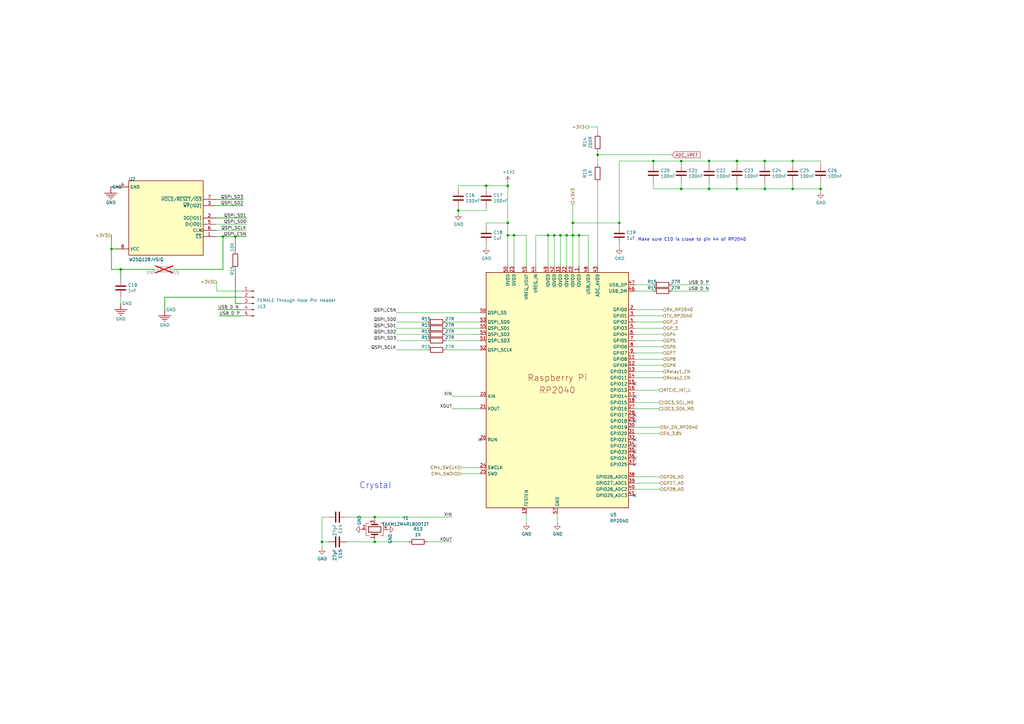
<source format=kicad_sch>
(kicad_sch (version 20230819) (generator eeschema)
  (paper "A3")
  (lib_symbols
    (symbol "Connector:Conn_01x05_Pin" (pin_names (offset 1.016) hide)
      (property "Reference" "J" (at 0 7.62 0))
      (property "Value" "Conn_01x05_Pin" (at 0 -7.62 0))
      (symbol "Conn_01x05_Pin_1_1"
        (polyline (pts (xy 1.27 -5.08) (xy 0.8636 -5.08)) (stroke (width 0.1524)))
        (polyline (pts (xy 1.27 -2.54) (xy 0.8636 -2.54)) (stroke (width 0.1524)))
        (polyline (pts (xy 1.27 0) (xy 0.8636 0)) (stroke (width 0.1524)))
        (polyline (pts (xy 1.27 2.54) (xy 0.8636 2.54)) (stroke (width 0.1524)))
        (polyline (pts (xy 1.27 5.08) (xy 0.8636 5.08)) (stroke (width 0.1524)))
        (rectangle (start 0.8636 -4.953) (end 0 -5.207) (stroke (width 0.1524)) (fill (type outline)))
        (rectangle (start 0.8636 -2.413) (end 0 -2.667) (stroke (width 0.1524)) (fill (type outline)))
        (rectangle (start 0.8636 0.127) (end 0 -0.127) (stroke (width 0.1524)) (fill (type outline)))
        (rectangle (start 0.8636 2.667) (end 0 2.413) (stroke (width 0.1524)) (fill (type outline)))
        (rectangle (start 0.8636 5.207) (end 0 4.953) (stroke (width 0.1524)) (fill (type outline)))
        (pin passive line (at 5.08 5.08 180) (length 3.81) (name "Pin_1") (number "1"))
        (pin passive line (at 5.08 2.54 180) (length 3.81) (name "Pin_2") (number "2"))
        (pin passive line (at 5.08 0 180) (length 3.81) (name "Pin_3") (number "3"))
        (pin passive line (at 5.08 -2.54 180) (length 3.81) (name "Pin_4") (number "4"))
        (pin passive line (at 5.08 -5.08 180) (length 3.81) (name "Pin_5") (number "5"))
      )
    )
    (symbol "Device:C" (pin_numbers hide) (pin_names (offset 0.254))
      (property "Reference" "C" (at 0.635 2.54 0))
      (property "Value" "C" (at 0.635 -2.54 0))
      (symbol "C_0_1"
        (polyline (pts (xy -2.032 -0.762) (xy 2.032 -0.762)) (stroke (width 0.508)))
        (polyline (pts (xy -2.032 0.762) (xy 2.032 0.762)) (stroke (width 0.508)))
      )
      (symbol "C_1_1"
        (pin passive line (at 0 3.81 270) (length 2.794) (name "~") (number "1"))
        (pin passive line (at 0 -3.81 90) (length 2.794) (name "~") (number "2"))
      )
    )
    (symbol "Device:Crystal_GND24" (pin_names (offset 1.016) hide)
      (property "Reference" "Y" (at 3.175 5.08 0))
      (property "Value" "Crystal_GND24" (at 3.175 3.175 0))
      (symbol "Crystal_GND24_0_1"
        (rectangle (start -1.143 2.54) (end 1.143 -2.54) (stroke (width 0.3048)))
        (polyline (pts (xy -2.54 0) (xy -2.032 0)))
        (polyline (pts (xy -2.032 -1.27) (xy -2.032 1.27)) (stroke (width 0.508)))
        (polyline (pts (xy 0 -3.81) (xy 0 -3.556)))
        (polyline (pts (xy 0 3.556) (xy 0 3.81)))
        (polyline (pts (xy 2.032 -1.27) (xy 2.032 1.27)) (stroke (width 0.508)))
        (polyline (pts (xy 2.032 0) (xy 2.54 0)))
        (polyline (pts (xy -2.54 -2.286) (xy -2.54 -3.556) (xy 2.54 -3.556) (xy 2.54 -2.286)))
        (polyline (pts (xy -2.54 2.286) (xy -2.54 3.556) (xy 2.54 3.556) (xy 2.54 2.286)))
      )
      (symbol "Crystal_GND24_1_1"
        (pin passive line (at -3.81 0 0) (length 1.27) (name "1") (number "1"))
        (pin passive line (at 0 5.08 270) (length 1.27) (name "2") (number "2"))
        (pin passive line (at 3.81 0 180) (length 1.27) (name "3") (number "3"))
        (pin passive line (at 0 -5.08 90) (length 1.27) (name "4") (number "4"))
      )
    )
    (symbol "Device:R" (pin_numbers hide) (pin_names (offset 0))
      (property "Reference" "R" (at 2.032 0 90))
      (property "Value" "R" (at 0 0 90))
      (symbol "R_0_1"
        (rectangle (start -1.016 -2.54) (end 1.016 2.54) (stroke (width 0.254)))
      )
      (symbol "R_1_1"
        (pin passive line (at 0 3.81 270) (length 1.27) (name "~") (number "1"))
        (pin passive line (at 0 -3.81 90) (length 1.27) (name "~") (number "2"))
      )
    )
    (symbol "RP2040-altium-import:GND" (power)
      (property "Reference" "#PWR" (at 0 0 0))
      (property "Value" "GND" (at 0 6.35 0))
      (symbol "GND_0_0"
        (polyline (pts (xy -2.54 -2.54) (xy 2.54 -2.54)) (stroke (width 0.254)))
        (polyline (pts (xy -1.778 -3.302) (xy 1.778 -3.302)) (stroke (width 0.254)))
        (polyline (pts (xy -1.016 -4.064) (xy 1.016 -4.064)) (stroke (width 0.254)))
        (polyline (pts (xy -0.254 -4.826) (xy 0.254 -4.826)) (stroke (width 0.254)))
        (polyline (pts (xy 0 0) (xy 0 -2.54)) (stroke (width 0.254)))
        (pin power_in line (at 0 0 0) (length 0) (name "GND") (number ""))
      )
    )
    (symbol "RP2040-altium-import:root_2_W25Q128JVSIM_TR"
      (symbol "root_2_W25Q128JVSIM_TR_1_0"
        (rectangle (start 15.24 15.24) (end -15.24 -15.24) (stroke (width 0.254) (color 128 0 0 1)) (fill (type background)))
        (pin input line (at 20.32 -7.62 180) (length 5.08) (name "~{CS~{}}") (number "1"))
        (pin bidirectional line (at 20.32 0 180) (length 5.08) (name "DO(IO1)") (number "2"))
        (pin bidirectional line (at 20.32 5.08 180) (length 5.08) (name "~{WP~{}}(IO2)") (number "3"))
        (pin passive line (at -20.32 12.7 0) (length 5.08) (name "GND") (number "4"))
        (pin bidirectional line (at 20.32 -2.54 180) (length 5.08) (name "DI(IO0)") (number "5"))
        (pin input clock (at 20.32 -5.08 180) (length 5.08) (name "CLK") (number "6"))
        (pin bidirectional line (at 20.32 7.62 180) (length 5.08) (name "~{HOLD~{}}/~{RESET}/~{IO3}") (number "7"))
        (pin power_in line (at -20.32 -12.7 0) (length 5.08) (name "VCC") (number "8"))
      )
    )
    (symbol "Symbol:RP2040"
      (property "Reference" "U" (at 0 0 0))
      (property "Value" "RP2040" (at 0 -3.302 0))
      (symbol "RP2040_0_0"
        (text "Raspberry Pi" (at 27.94 -48.26 0) (effects (font (size 2.54 2.54))))
        (text "RP2040" (at 27.94 -53.34 0) (effects (font (size 2.54 2.54))))
      )
      (symbol "RP2040_0_1"
        (rectangle (start -1.27 -5.08) (end 57.15 -101.6) (stroke (width 0.254)) (fill (type background)))
      )
      (symbol "RP2040_1_1"
        (pin power_in line (at 36.83 -2.54 270) (length 2.54) (name "IOVDD") (number "1"))
        (pin power_in line (at 34.29 -2.54 270) (length 2.54) (name "IOVDD") (number "10"))
        (pin bidirectional line (at 59.69 -40.64 180) (length 2.54) (name "GPIO8") (number "11"))
        (pin bidirectional line (at 59.69 -43.18 180) (length 2.54) (name "GPIO9") (number "12"))
        (pin bidirectional line (at 59.69 -45.72 180) (length 2.54) (name "GPIO10") (number "13"))
        (pin bidirectional line (at 59.69 -48.26 180) (length 2.54) (name "GPIO11") (number "14"))
        (pin bidirectional line (at 59.69 -50.8 180) (length 2.54) (name "GPIO12") (number "15"))
        (pin bidirectional line (at 59.69 -53.34 180) (length 2.54) (name "GPIO13") (number "16"))
        (pin bidirectional line (at 59.69 -55.88 180) (length 2.54) (name "GPIO14") (number "17"))
        (pin bidirectional line (at 59.69 -58.42 180) (length 2.54) (name "GPIO15") (number "18"))
        (pin passive line (at 15.24 -104.14 90) (length 2.54) (name "TESTEN") (number "19"))
        (pin bidirectional line (at 59.69 -20.32 180) (length 2.54) (name "GPIO0") (number "2"))
        (pin input line (at -3.81 -55.88 0) (length 2.54) (name "XIN") (number "20"))
        (pin passive line (at -3.81 -60.96 0) (length 2.54) (name "XOUT") (number "21"))
        (pin power_in line (at 31.75 -2.54 270) (length 2.54) (name "IOVDD") (number "22"))
        (pin power_in line (at 10.16 -2.54 270) (length 2.54) (name "DVDD") (number "23"))
        (pin output line (at -3.81 -85.09 0) (length 2.54) (name "SWCLK") (number "24"))
        (pin bidirectional line (at -3.81 -87.63 0) (length 2.54) (name "SWD") (number "25"))
        (pin input line (at -3.81 -73.66 0) (length 2.54) (name "RUN") (number "26"))
        (pin bidirectional line (at 59.69 -60.96 180) (length 2.54) (name "GPIO16") (number "27"))
        (pin bidirectional line (at 59.69 -63.5 180) (length 2.54) (name "GPIO17") (number "28"))
        (pin bidirectional line (at 59.69 -66.04 180) (length 2.54) (name "GPIO18") (number "29"))
        (pin bidirectional line (at 59.69 -22.86 180) (length 2.54) (name "GPIO1") (number "3"))
        (pin bidirectional line (at 59.69 -68.58 180) (length 2.54) (name "GPIO19") (number "30"))
        (pin bidirectional line (at 59.69 -71.12 180) (length 2.54) (name "GPIO20") (number "31"))
        (pin bidirectional line (at 59.69 -73.66 180) (length 2.54) (name "GPIO21") (number "32"))
        (pin power_in line (at 29.21 -2.54 270) (length 2.54) (name "IOVDD") (number "33"))
        (pin bidirectional line (at 59.69 -76.2 180) (length 2.54) (name "GPIO22") (number "34"))
        (pin bidirectional line (at 59.69 -78.74 180) (length 2.54) (name "GPIO23") (number "35"))
        (pin bidirectional line (at 59.69 -81.28 180) (length 2.54) (name "GPIO24") (number "36"))
        (pin bidirectional line (at 59.69 -83.82 180) (length 2.54) (name "GPIO25") (number "37"))
        (pin bidirectional line (at 59.69 -88.9 180) (length 2.54) (name "GPIO26_ADC0") (number "38"))
        (pin bidirectional line (at 59.69 -91.44 180) (length 2.54) (name "GPIO27_ADC1") (number "39"))
        (pin bidirectional line (at 59.69 -25.4 180) (length 2.54) (name "GPIO2") (number "4"))
        (pin bidirectional line (at 59.69 -93.98 180) (length 2.54) (name "GPIO28_ADC2") (number "40"))
        (pin bidirectional line (at 59.69 -96.52 180) (length 2.54) (name "GPIO29_ADC3") (number "41"))
        (pin power_in line (at 26.67 -2.54 270) (length 2.54) (name "IOVDD") (number "42"))
        (pin power_in line (at 44.45 -2.54 270) (length 2.54) (name "ADC_AVDD") (number "43"))
        (pin power_in line (at 19.05 -2.54 270) (length 2.54) (name "VREG_IN") (number "44"))
        (pin power_out line (at 15.24 -2.54 270) (length 2.54) (name "VREG_VOUT") (number "45"))
        (pin bidirectional line (at 59.69 -12.7 180) (length 2.54) (name "USB_DM") (number "46"))
        (pin bidirectional line (at 59.69 -10.16 180) (length 2.54) (name "USB_DP") (number "47"))
        (pin power_in line (at 40.64 -2.54 270) (length 2.54) (name "USB_VDD") (number "48"))
        (pin power_in line (at 24.13 -2.54 270) (length 2.54) (name "IOVDD") (number "49"))
        (pin bidirectional line (at 59.69 -27.94 180) (length 2.54) (name "GPIO3") (number "5"))
        (pin power_in line (at 7.62 -2.54 270) (length 2.54) (name "DVDD") (number "50"))
        (pin bidirectional line (at -3.81 -33.02 0) (length 2.54) (name "QSPI_SD3") (number "51"))
        (pin output line (at -3.81 -36.83 0) (length 2.54) (name "QSPI_SCLK") (number "52"))
        (pin bidirectional line (at -3.81 -25.4 0) (length 2.54) (name "QSPI_SD0") (number "53"))
        (pin bidirectional line (at -3.81 -30.48 0) (length 2.54) (name "QSPI_SD2") (number "54"))
        (pin bidirectional line (at -3.81 -27.94 0) (length 2.54) (name "QSPI_SD1") (number "55"))
        (pin bidirectional line (at -3.81 -21.59 0) (length 2.54) (name "QSPI_SS") (number "56"))
        (pin power_in line (at 27.94 -104.14 90) (length 2.54) (name "GND") (number "57"))
        (pin bidirectional line (at 59.69 -30.48 180) (length 2.54) (name "GPIO4") (number "6"))
        (pin bidirectional line (at 59.69 -33.02 180) (length 2.54) (name "GPIO5") (number "7"))
        (pin bidirectional line (at 59.69 -35.56 180) (length 2.54) (name "GPIO6") (number "8"))
        (pin bidirectional line (at 59.69 -38.1 180) (length 2.54) (name "GPIO7") (number "9"))
      )
    )
    (symbol "power:+1V1" (power) (pin_names (offset 0))
      (property "Value" "+1V1" (at 0 3.556 0))
      (symbol "+1V1_0_1"
        (polyline (pts (xy -0.762 1.27) (xy 0 2.54)))
        (polyline (pts (xy 0 0) (xy 0 2.54)))
        (polyline (pts (xy 0 2.54) (xy 0.762 1.27)))
      )
      (symbol "+1V1_1_1"
        (pin power_in line (at 0 0 90) (length 0) hide (name "+1V1") (number "1"))
      )
    )
    (symbol "power:GND" (power) (pin_names (offset 0))
      (property "Value" "GND" (at 0 -3.81 0))
      (symbol "GND_0_1"
        (polyline (pts (xy 0 0) (xy 0 -1.27) (xy 1.27 -1.27) (xy 0 -2.54) (xy -1.27 -1.27) (xy 0 -1.27)))
      )
      (symbol "GND_1_1"
        (pin power_in line (at 0 0 270) (length 0) hide (name "GND") (number "1"))
      )
    )
  )
  (junction (at 245.11 63.5))
  (junction (at 254 91.44))
  (junction (at 234.95 91.44))
  (junction (at 232.41 96.52))
  (junction (at 290.83 77.47))
  (junction (at 96.52 97.028))
  (junction (at 229.87 96.52))
  (junction (at 208.28 91.44))
  (junction (at 153.67 212.09))
  (junction (at 313.69 77.47))
  (junction (at 91.44 97.028))
  (junction (at 224.79 96.52))
  (junction (at 227.33 96.52))
  (junction (at 325.12 66.04))
  (junction (at 313.69 66.04))
  (junction (at 210.82 96.52))
  (junction (at 187.96 86.36))
  (junction (at 279.4 66.04))
  (junction (at 45.72 102.108))
  (junction (at 302.26 66.04))
  (junction (at 279.4 77.47))
  (junction (at 208.28 76.2))
  (junction (at 290.83 66.04))
  (junction (at 49.53 110.49))
  (junction (at 208.28 96.52))
  (junction (at 237.49 96.52))
  (junction (at 199.39 76.2))
  (junction (at 302.26 77.47))
  (junction (at 336.55 77.47))
  (junction (at 132.08 222.25))
  (junction (at 325.12 77.47))
  (junction (at 234.95 96.52))
  (junction (at 267.97 66.04))
  (junction (at 153.67 222.25))
  (no_connect (at 196.85 180.34))
  (no_connect (at 260.35 172.72))
  (no_connect (at 260.35 185.42))
  (no_connect (at 260.35 162.56))
  (no_connect (at 260.35 182.88))
  (no_connect (at 260.35 203.2))
  (no_connect (at 260.35 180.34))
  (no_connect (at 260.35 170.18))
  (no_connect (at 260.35 190.5))
  (no_connect (at 260.35 187.96))
  (no_connect (at 260.35 157.48))
  (wire (pts (xy 199.39 91.44) (xy 208.28 91.44)))
  (wire (pts (xy 254 66.04) (xy 254 91.44)))
  (wire (pts (xy 227.33 96.52) (xy 229.87 96.52)))
  (wire (pts (xy 88.392 89.408) (xy 101.092 89.408)) (stroke (width 0.254)))
  (wire (pts (xy 182.88 139.7) (xy 196.85 139.7)))
  (wire (pts (xy 185.42 162.56) (xy 196.85 162.56)))
  (wire (pts (xy 290.83 77.47) (xy 279.4 77.47)))
  (wire (pts (xy 45.72 96.52) (xy 45.72 102.108)) (stroke (width 0.254)))
  (wire (pts (xy 336.55 74.93) (xy 336.55 77.47)))
  (wire (pts (xy 245.11 63.5) (xy 245.11 67.31)))
  (wire (pts (xy 99.822 84.328) (xy 88.392 84.328)) (stroke (width 0.254)))
  (wire (pts (xy 234.95 91.44) (xy 234.95 96.52)))
  (wire (pts (xy 132.08 222.25) (xy 132.08 224.79)))
  (wire (pts (xy 271.78 147.32) (xy 260.35 147.32)))
  (wire (pts (xy 270.51 198.12) (xy 260.35 198.12)))
  (wire (pts (xy 153.67 220.98) (xy 153.67 222.25)))
  (wire (pts (xy 208.28 74.93) (xy 208.28 76.2)))
  (wire (pts (xy 210.82 96.52) (xy 208.28 96.52)))
  (wire (pts (xy 88.9 115.57) (xy 88.9 119.38)))
  (wire (pts (xy 267.97 67.31) (xy 267.97 66.04)))
  (wire (pts (xy 260.35 200.66) (xy 270.51 200.66)))
  (wire (pts (xy 267.97 116.84) (xy 260.35 116.84)))
  (wire (pts (xy 187.96 86.36) (xy 187.96 87.63)))
  (wire (pts (xy 182.88 143.51) (xy 196.85 143.51)))
  (wire (pts (xy 199.39 77.47) (xy 199.39 76.2)))
  (wire (pts (xy 228.6 210.82) (xy 228.6 214.63)))
  (wire (pts (xy 336.55 67.31) (xy 336.55 66.04)))
  (wire (pts (xy 270.51 167.64) (xy 260.35 167.64)))
  (wire (pts (xy 88.9 119.38) (xy 99.06 119.38)))
  (wire (pts (xy 227.33 109.22) (xy 227.33 96.52)))
  (wire (pts (xy 290.83 66.04) (xy 302.26 66.04)))
  (wire (pts (xy 336.55 77.47) (xy 336.55 78.74)))
  (wire (pts (xy 271.78 129.54) (xy 260.35 129.54)))
  (wire (pts (xy 267.97 66.04) (xy 254 66.04)))
  (wire (pts (xy 49.53 124.46) (xy 49.53 121.92)))
  (wire (pts (xy 245.11 63.5) (xy 275.59 63.5)))
  (wire (pts (xy 45.72 110.49) (xy 49.53 110.49)) (stroke (width 0.254)))
  (wire (pts (xy 302.26 66.04) (xy 313.69 66.04)))
  (wire (pts (xy 267.97 74.93) (xy 267.97 77.47)))
  (wire (pts (xy 91.44 110.49) (xy 71.12 110.49)) (stroke (width 0.254)))
  (wire (pts (xy 279.4 74.93) (xy 279.4 77.47)))
  (wire (pts (xy 325.12 67.31) (xy 325.12 66.04)))
  (wire (pts (xy 162.56 139.7) (xy 175.26 139.7)))
  (wire (pts (xy 162.56 132.08) (xy 175.26 132.08)))
  (wire (pts (xy 187.96 86.36) (xy 199.39 86.36)))
  (wire (pts (xy 245.11 54.61) (xy 245.11 52.07)))
  (wire (pts (xy 271.78 144.78) (xy 260.35 144.78)))
  (wire (pts (xy 219.71 109.22) (xy 219.71 96.52)))
  (wire (pts (xy 313.69 67.31) (xy 313.69 66.04)))
  (wire (pts (xy 271.78 139.7) (xy 260.35 139.7)))
  (wire (pts (xy 271.78 142.24) (xy 260.35 142.24)))
  (wire (pts (xy 313.69 66.04) (xy 325.12 66.04)))
  (wire (pts (xy 267.97 66.04) (xy 279.4 66.04)))
  (wire (pts (xy 270.51 175.26) (xy 260.35 175.26)))
  (wire (pts (xy 187.96 77.47) (xy 187.96 76.2)))
  (wire (pts (xy 199.39 76.2) (xy 208.28 76.2)))
  (wire (pts (xy 91.44 97.028) (xy 91.44 110.49)) (stroke (width 0.254)))
  (wire (pts (xy 67.564 121.92) (xy 67.564 127)) (stroke (width 0.254)))
  (wire (pts (xy 187.96 85.09) (xy 187.96 86.36)))
  (wire (pts (xy 279.4 67.31) (xy 279.4 66.04)))
  (wire (pts (xy 313.69 74.93) (xy 313.69 77.47)))
  (wire (pts (xy 270.51 195.58) (xy 260.35 195.58)))
  (wire (pts (xy 162.56 128.27) (xy 196.85 128.27)))
  (wire (pts (xy 153.67 212.09) (xy 185.42 212.09)))
  (wire (pts (xy 199.39 86.36) (xy 199.39 85.09)))
  (wire (pts (xy 260.35 134.62) (xy 271.78 134.62)))
  (wire (pts (xy 232.41 109.22) (xy 232.41 96.52)))
  (wire (pts (xy 271.78 154.94) (xy 260.35 154.94)))
  (wire (pts (xy 142.24 222.25) (xy 153.67 222.25)))
  (wire (pts (xy 229.87 96.52) (xy 232.41 96.52)))
  (wire (pts (xy 88.392 81.788) (xy 99.822 81.788)) (stroke (width 0.254)))
  (wire (pts (xy 89.916 129.54) (xy 99.06 129.54)) (stroke (width 0.254)))
  (wire (pts (xy 270.51 165.1) (xy 260.35 165.1)))
  (wire (pts (xy 175.26 222.25) (xy 185.42 222.25)))
  (wire (pts (xy 224.79 109.22) (xy 224.79 96.52)))
  (wire (pts (xy 302.26 77.47) (xy 290.83 77.47)))
  (wire (pts (xy 99.06 121.92) (xy 67.564 121.92)) (stroke (width 0.254)))
  (wire (pts (xy 279.4 77.47) (xy 267.97 77.47)))
  (wire (pts (xy 245.11 63.5) (xy 245.11 62.23)))
  (wire (pts (xy 290.83 74.93) (xy 290.83 77.47)))
  (wire (pts (xy 325.12 77.47) (xy 336.55 77.47)))
  (wire (pts (xy 210.82 109.22) (xy 210.82 96.52)))
  (wire (pts (xy 302.26 74.93) (xy 302.26 77.47)))
  (wire (pts (xy 290.83 116.84) (xy 275.59 116.84)))
  (wire (pts (xy 99.06 124.46) (xy 96.52 124.46)) (stroke (width 0.254)))
  (wire (pts (xy 199.39 100.33) (xy 199.39 101.6)))
  (wire (pts (xy 219.71 96.52) (xy 224.79 96.52)))
  (wire (pts (xy 215.9 210.82) (xy 215.9 214.63)))
  (wire (pts (xy 91.44 97.028) (xy 96.52 97.028)) (stroke (width 0.254)))
  (wire (pts (xy 234.95 91.44) (xy 254 91.44)))
  (wire (pts (xy 234.95 91.44) (xy 234.95 83.82)))
  (wire (pts (xy 182.88 134.62) (xy 196.85 134.62)))
  (wire (pts (xy 162.56 134.62) (xy 175.26 134.62)))
  (wire (pts (xy 215.9 96.52) (xy 210.82 96.52)))
  (wire (pts (xy 224.79 96.52) (xy 227.33 96.52)))
  (wire (pts (xy 132.08 212.09) (xy 132.08 222.25)))
  (wire (pts (xy 101.092 94.488) (xy 88.392 94.488)))
  (wire (pts (xy 271.78 132.08) (xy 260.35 132.08)))
  (wire (pts (xy 234.95 96.52) (xy 237.49 96.52)))
  (wire (pts (xy 89.408 127) (xy 99.06 127)) (stroke (width 0.254)))
  (wire (pts (xy 279.4 66.04) (xy 290.83 66.04)))
  (wire (pts (xy 325.12 77.47) (xy 313.69 77.47)))
  (wire (pts (xy 187.96 76.2) (xy 199.39 76.2)))
  (wire (pts (xy 270.51 160.02) (xy 260.35 160.02)))
  (wire (pts (xy 142.24 212.09) (xy 153.67 212.09)))
  (wire (pts (xy 237.49 96.52) (xy 241.3 96.52)))
  (wire (pts (xy 153.67 213.36) (xy 153.67 212.09)))
  (wire (pts (xy 134.62 222.25) (xy 132.08 222.25)))
  (wire (pts (xy 49.53 110.49) (xy 49.53 114.3)) (stroke (width 0.254)))
  (wire (pts (xy 45.72 102.108) (xy 47.752 102.108)) (stroke (width 0.254)))
  (wire (pts (xy 325.12 74.93) (xy 325.12 77.47)))
  (wire (pts (xy 232.41 96.52) (xy 234.95 96.52)))
  (wire (pts (xy 290.83 67.31) (xy 290.83 66.04)))
  (wire (pts (xy 189.23 194.31) (xy 196.85 194.31)))
  (wire (pts (xy 96.52 124.46) (xy 96.52 110.49)) (stroke (width 0.254)))
  (wire (pts (xy 47.752 76.708) (xy 45.466 76.708)) (stroke (width 0.254)))
  (wire (pts (xy 153.67 222.25) (xy 167.64 222.25)))
  (wire (pts (xy 208.28 91.44) (xy 208.28 96.52)))
  (wire (pts (xy 271.78 149.86) (xy 260.35 149.86)))
  (wire (pts (xy 189.23 191.77) (xy 196.85 191.77)))
  (wire (pts (xy 302.26 67.31) (xy 302.26 66.04)))
  (wire (pts (xy 290.83 119.38) (xy 275.59 119.38)))
  (wire (pts (xy 271.78 137.16) (xy 260.35 137.16)))
  (wire (pts (xy 162.56 137.16) (xy 175.26 137.16)))
  (wire (pts (xy 267.97 119.38) (xy 260.35 119.38)))
  (wire (pts (xy 254 100.33) (xy 254 101.6)))
  (wire (pts (xy 237.49 96.52) (xy 237.49 109.22)))
  (wire (pts (xy 245.11 52.07) (xy 241.3 52.07)))
  (wire (pts (xy 88.392 91.948) (xy 101.092 91.948)))
  (wire (pts (xy 208.28 76.2) (xy 208.28 91.44)))
  (wire (pts (xy 271.78 127) (xy 260.35 127)))
  (wire (pts (xy 245.11 74.93) (xy 245.11 109.22)))
  (wire (pts (xy 229.87 109.22) (xy 229.87 96.52)))
  (wire (pts (xy 185.42 167.64) (xy 196.85 167.64)))
  (wire (pts (xy 313.69 77.47) (xy 302.26 77.47)))
  (wire (pts (xy 96.52 97.028) (xy 101.092 97.028)) (stroke (width 0.254)))
  (wire (pts (xy 208.28 96.52) (xy 208.28 109.22)))
  (wire (pts (xy 88.392 97.028) (xy 91.44 97.028)) (stroke (width 0.254)))
  (wire (pts (xy 241.3 109.22) (xy 241.3 96.52)))
  (wire (pts (xy 162.56 143.51) (xy 175.26 143.51)))
  (wire (pts (xy 234.95 109.22) (xy 234.95 96.52)))
  (wire (pts (xy 96.52 97.028) (xy 96.52 102.87)) (stroke (width 0.254)))
  (wire (pts (xy 45.72 102.108) (xy 45.72 110.49)) (stroke (width 0.254)))
  (wire (pts (xy 215.9 109.22) (xy 215.9 96.52)))
  (wire (pts (xy 49.53 110.49) (xy 63.5 110.49)) (stroke (width 0.254)))
  (wire (pts (xy 260.35 177.8) (xy 270.51 177.8)))
  (wire (pts (xy 134.62 212.09) (xy 132.08 212.09)))
  (wire (pts (xy 182.88 132.08) (xy 196.85 132.08)))
  (wire (pts (xy 271.78 152.4) (xy 260.35 152.4)))
  (wire (pts (xy 254 92.71) (xy 254 91.44)))
  (wire (pts (xy 182.88 137.16) (xy 196.85 137.16)))
  (wire (pts (xy 199.39 92.71) (xy 199.39 91.44)))
  (wire (pts (xy 325.12 66.04) (xy 336.55 66.04)))
  (text "Crystal" (at 147.32 200.66 0) (effects (font (size 2.54 2.54)) (justify left bottom)))
  (text "Make sure C10 is close to pin 44 of RP2040" (at 261.62 99.06 0) (effects (font (size 1.27 1.27)) (justify left bottom)))
  (label "QSPI_SD1" (at 162.56 134.62 180))
  (label "USB D P" (at 89.916 129.54 0))
  (label "QSPI_SD0" (at 162.56 132.08 180))
  (label "QSPI_SD2" (at 99.822 84.328 180))
  (label "XIN" (at 185.42 212.09 180))
  (label "QSPI_SCLK" (at 101.092 94.488 180))
  (label "XOUT" (at 185.42 167.64 180))
  (label "QSPI_SD3" (at 99.822 81.788 180))
  (label "USB D P" (at 290.83 116.84 180))
  (label "QSPI_SD0" (at 101.092 91.948 180))
  (label "QSPI_SD1" (at 101.092 89.408 180))
  (label "XOUT" (at 185.42 222.25 180))
  (label "QSPI_CSN" (at 101.092 97.028 180))
  (label "QSPI_SD2" (at 162.56 137.16 180))
  (label "QSPI_SD3" (at 162.56 139.7 180))
  (label "USB D N" (at 89.408 127 0))
  (label "USB D N" (at 290.83 119.38 180))
  (label "QSPI_SCLK" (at 162.56 143.51 180))
  (label "QSPI_CSN" (at 162.56 128.27 180))
  (label "XIN" (at 185.42 162.56 180))
  (global_label "ADC_VREF" (shape input) (at 275.59 63.5 0) (property "Intersheetrefs" "${INTERSHEET_REFS}" (effects hide)))
  (hierarchical_label "GP6" (shape input) (at 271.78 142.24 0))
  (hierarchical_label "GP7" (shape input) (at 271.78 144.78 0))
  (hierarchical_label "GP_2" (shape input) (at 271.78 132.08 0))
  (hierarchical_label "Relay1_EN" (shape input) (at 271.78 152.4 0))
  (hierarchical_label "CM4_SWDIO" (shape input) (at 189.23 194.31 180))
  (hierarchical_label "5V_EN_RP2040" (shape input) (at 270.51 175.26 0))
  (hierarchical_label "CM4_SWCLK" (shape input) (at 189.23 191.77 180))
  (hierarchical_label "GP4" (shape input) (at 271.78 137.16 0))
  (hierarchical_label "GP26_AO" (shape input) (at 270.51 195.58 0))
  (hierarchical_label "GP5" (shape input) (at 271.78 139.7 0))
  (hierarchical_label "RX_RP2040" (shape input) (at 271.78 127 0))
  (hierarchical_label "I2C3_SDA_M0" (shape passive) (at 270.51 167.64 0))
  (hierarchical_label "GP27_AO" (shape input) (at 270.51 198.12 0))
  (hierarchical_label "GP8" (shape input) (at 271.78 147.32 0))
  (hierarchical_label "+3V3" (shape input) (at 45.72 96.52 180))
  (hierarchical_label "I2C3_SCL_M0" (shape passive) (at 270.51 165.1 0))
  (hierarchical_label "GP_3" (shape input) (at 271.78 134.62 0))
  (hierarchical_label "EN_3.8V" (shape input) (at 270.51 177.8 0))
  (hierarchical_label "+3V3" (shape input) (at 88.9 115.57 180))
  (hierarchical_label "GP28_AO" (shape input) (at 270.51 200.66 0))
  (hierarchical_label "Relay2_EN" (shape input) (at 271.78 154.94 0))
  (hierarchical_label "+3V3" (shape output) (at 241.3 52.07 180))
  (hierarchical_label "+3V3" (shape input) (at 234.95 83.82 90))
  (hierarchical_label "RTCIC_INT_L" (shape passive) (at 270.51 160.02 0))
  (hierarchical_label "GP9" (shape input) (at 271.78 149.86 0))
  (hierarchical_label "TX_RP2040" (shape input) (at 271.78 129.54 0))
  (symbol (lib_id "Device:C") (at 290.83 71.12 0) (unit 1)
    (property "Reference" "C22" (at 293.751 69.9516 0) (effects (justify left)))
    (property "Value" "100nF" (at 293.751 72.263 0) (effects (justify left)))
    (property "Footprint" "Capacitor_SMD:C_0603_1608Metric" (effects hide))
    (instances (project "RP2040_minimal" (path "" (reference "C22") (unit 1))) (project "RP2040" (path "" (reference "C22") (unit 1))) (project "IO_Board" (path "" (reference "C18") (unit 1))))
  )
  (symbol (lib_id "Device:Crystal_GND24") (at 153.67 217.17 90) (unit 1)
    (property "Reference" "Y1" (at 166.37 212.471 90))
    (property "Value" "TAXM12M4RLBDDT2T" (at 166.37 215.011 90))
    (property "Footprint" "Library:TAXM12M4RLBDDT2T" (effects hide))
    (property "MPN" "TAXM12M4RLBDDT2T" (effects hide))
  )
  (symbol (lib_id "power:GND") (at 254 101.6 0) (unit 1)
    (property "Reference" "#PWR0127" (effects hide))
    (property "Value" "GND" (at 254.127 105.9942 0))
    (instances (project "RP2040_minimal" (path "" (reference "#PWR0127") (unit 1))) (project "RP2040" (path "" (reference "#PWR0127") (unit 1))) (project "IO_Board" (path "" (reference "#PWR09") (unit 1))))
  )
  (symbol (lib_id "Device:R") (at 179.07 132.08 270) (unit 1)
    (property "Reference" "R15" (at 174.752 130.81 90))
    (property "Value" "27R" (at 184.404 130.81 90))
    (property "Footprint" "Resistor_SMD:R_0603_1608Metric" (effects hide))
    (instances (project "RP2040_minimal" (path "" (reference "R15") (unit 1))) (project "RP2040" (path "" (reference "R15") (unit 1))) (project "IO_Board" (path "" (reference "R26") (unit 1))))
  )
  (symbol (lib_id "Device:C") (at 138.43 222.25 270) (unit 1)
    (property "Reference" "C15" (at 139.5984 225.171 0) (effects (justify left)))
    (property "Value" "27pF" (at 137.287 225.171 0) (effects (justify left)))
    (property "Footprint" "Capacitor_SMD:C_0603_1608Metric" (effects hide))
    (instances (project "RP2040_minimal" (path "" (reference "C15") (unit 1))) (project "RP2040" (path "" (reference "C15") (unit 1))) (project "IO_Board" (path "" (reference "C11") (unit 1))))
  )
  (symbol (lib_id "Device:R") (at 245.11 58.42 0) (unit 1)
    (property "Reference" "R14" (at 239.8522 58.42 90))
    (property "Value" "200R" (at 242.1636 58.42 90))
    (property "Footprint" "Resistor_SMD:R_0603_1608Metric" (effects hide))
    (instances (project "RP2040_minimal" (path "" (reference "R14") (unit 1))) (project "RP2040" (path "" (reference "R14") (unit 1))) (project "IO_Board" (path "" (reference "R31") (unit 1))))
  )
  (symbol (lib_id "power:GND") (at 215.9 214.63 0) (unit 1)
    (property "Reference" "#PWR0131" (effects hide))
    (property "Value" "GND" (at 216.027 219.0242 0))
    (instances (project "RP2040_minimal" (path "" (reference "#PWR0131") (unit 1))) (project "RP2040" (path "" (reference "#PWR0131") (unit 1))) (project "IO_Board" (path "" (reference "#PWR014") (unit 1))))
  )
  (symbol (lib_id "Device:R") (at 271.78 116.84 270) (unit 1)
    (property "Reference" "R15" (at 267.462 115.57 90))
    (property "Value" "27R" (at 277.114 115.57 90))
    (property "Footprint" "Resistor_SMD:R_0603_1608Metric" (effects hide))
    (instances (project "RP2040_minimal" (path "" (reference "R15") (unit 1))) (project "RP2040" (path "" (reference "R15") (unit 1))) (project "IO_Board" (path "" (reference "R33") (unit 1))))
  )
  (symbol (lib_id "power:GND") (at 228.6 214.63 0) (unit 1)
    (property "Reference" "#PWR0131" (effects hide))
    (property "Value" "GND" (at 228.727 219.0242 0))
    (instances (project "RP2040_minimal" (path "" (reference "#PWR0131") (unit 1))) (project "RP2040" (path "" (reference "#PWR0131") (unit 1))) (project "IO_Board" (path "" (reference "#PWR010") (unit 1))))
  )
  (symbol (lib_id "Device:R") (at 179.07 134.62 270) (unit 1)
    (property "Reference" "R15" (at 174.752 133.35 90))
    (property "Value" "27R" (at 184.404 133.35 90))
    (property "Footprint" "Resistor_SMD:R_0603_1608Metric" (effects hide))
    (instances (project "RP2040_minimal" (path "" (reference "R15") (unit 1))) (project "RP2040" (path "" (reference "R15") (unit 1))) (project "IO_Board" (path "" (reference "R27") (unit 1))))
  )
  (symbol (lib_id "Device:R") (at 179.07 137.16 270) (unit 1)
    (property "Reference" "R15" (at 174.752 135.89 90))
    (property "Value" "27R" (at 184.404 135.89 90))
    (property "Footprint" "Resistor_SMD:R_0603_1608Metric" (effects hide))
    (instances (project "RP2040_minimal" (path "" (reference "R15") (unit 1))) (project "RP2040" (path "" (reference "R15") (unit 1))) (project "IO_Board" (path "" (reference "R28") (unit 1))))
  )
  (symbol (lib_id "Device:C") (at 138.43 212.09 270) (unit 1)
    (property "Reference" "C14" (at 139.5984 215.011 0) (effects (justify left)))
    (property "Value" "27pF" (at 137.287 215.011 0) (effects (justify left)))
    (property "Footprint" "Capacitor_SMD:C_0603_1608Metric" (effects hide))
    (instances (project "RP2040_minimal" (path "" (reference "C14") (unit 1))) (project "RP2040" (path "" (reference "C14") (unit 1))) (project "IO_Board" (path "" (reference "C10") (unit 1))))
  )
  (symbol (lib_id "RP2040-altium-import:GND") (at 45.466 76.708 0) (unit 1)
    (property "Reference" "#PWR?" (effects hide))
    (property "Value" "GND" (at 45.466 83.058 0))
    (instances (project "RP2040" (path "" (reference "#PWR?") (unit 1))) (project "IO_Board" (path "" (reference "#PWR08") (unit 1))) (project "Bluetooth_Beacon_Kicad" (path "" (reference "#PWR018") (unit 1))))
  )
  (symbol (lib_id "power:GND") (at 199.39 101.6 0) (unit 1)
    (property "Reference" "#PWR0129" (effects hide))
    (property "Value" "GND" (at 199.517 105.9942 0))
    (instances (project "RP2040_minimal" (path "" (reference "#PWR0129") (unit 1))) (project "RP2040" (path "" (reference "#PWR0129") (unit 1))) (project "IO_Board" (path "" (reference "#PWR06") (unit 1))))
  )
  (symbol (lib_id "Device:R") (at 245.11 71.12 0) (unit 1)
    (property "Reference" "R15" (at 239.8522 71.12 90))
    (property "Value" "1R" (at 242.1636 71.12 90))
    (property "Footprint" "Resistor_SMD:R_0603_1608Metric" (effects hide))
    (instances (project "RP2040_minimal" (path "" (reference "R15") (unit 1))) (project "RP2040" (path "" (reference "R15") (unit 1))) (project "IO_Board" (path "" (reference "R32") (unit 1))))
  )
  (symbol (lib_id "Device:C") (at 325.12 71.12 0) (unit 1)
    (property "Reference" "C25" (at 328.041 69.9516 0) (effects (justify left)))
    (property "Value" "100nF" (at 328.041 72.263 0) (effects (justify left)))
    (property "Footprint" "Capacitor_SMD:C_0603_1608Metric" (effects hide))
    (instances (project "RP2040_minimal" (path "" (reference "C25") (unit 1))) (project "RP2040" (path "" (reference "C25") (unit 1))) (project "IO_Board" (path "" (reference "C21") (unit 1))))
  )
  (symbol (lib_id "Device:R") (at 179.07 143.51 270) (unit 1)
    (property "Reference" "R15" (at 174.752 142.24 90))
    (property "Value" "27R" (at 184.404 142.24 90))
    (property "Footprint" "Resistor_SMD:R_0603_1608Metric" (effects hide))
    (instances (project "RP2040_minimal" (path "" (reference "R15") (unit 1))) (project "RP2040" (path "" (reference "R15") (unit 1))) (project "IO_Board" (path "" (reference "R30") (unit 1))))
  )
  (symbol (lib_id "power:GND") (at 148.59 217.17 270) (unit 1)
    (property "Reference" "#PWR0133" (effects hide))
    (property "Value" "GND" (at 147.32 213.36 0))
    (instances (project "RP2040_minimal" (path "" (reference "#PWR0133") (unit 1))) (project "RP2040" (path "" (reference "#PWR0133") (unit 1))) (project "IO_Board" (path "" (reference "#PWR036") (unit 1))))
  )
  (symbol (lib_id "Connector:Conn_01x05_Pin") (at 104.14 124.46 0) (mirror y) (unit 1)
    (property "Reference" "J13" (at 105.41 125.7301 0) (effects (justify right)))
    (property "Value" "FEMALE Through Hole Pin Header" (at 105.41 123.1901 0) (effects (justify right)))
    (property "Footprint" "Connector_PinHeader_2.54mm:PinHeader_1x05_P2.54mm_Vertical" (effects hide))
    (property "Description" "Generic connector, single row, 01x05, script generated" (effects hide))
    (property "MPN" "FEMALE Through Hole Pin Header" (effects hide))
  )
  (symbol (lib_id "Device:R") (at 96.52 106.68 0) (unit 1)
    (property "Reference" "R15" (at 95.25 110.998 90))
    (property "Value" "10K" (at 95.25 101.346 90))
    (property "Footprint" "Resistor_SMD:R_0603_1608Metric" (effects hide))
    (instances (project "RP2040_minimal" (path "" (reference "R15") (unit 1))) (project "RP2040" (path "" (reference "R15") (unit 1))) (project "IO_Board" (path "" (reference "R24") (unit 1))))
  )
  (symbol (lib_id "Device:C") (at 49.53 118.11 0) (unit 1)
    (property "Reference" "C18" (at 52.451 116.9416 0) (effects (justify left)))
    (property "Value" "1nF" (at 52.451 119.253 0) (effects (justify left)))
    (property "Footprint" "Capacitor_SMD:C_0603_1608Metric" (effects hide))
    (instances (project "RP2040_minimal" (path "" (reference "C18") (unit 1))) (project "RP2040" (path "" (reference "C18") (unit 1))) (project "IO_Board" (path "" (reference "C9") (unit 1))))
  )
  (symbol (lib_id "Device:C") (at 336.55 71.12 0) (unit 1)
    (property "Reference" "C26" (at 339.471 69.9516 0) (effects (justify left)))
    (property "Value" "100nF" (at 339.471 72.263 0) (effects (justify left)))
    (property "Footprint" "Capacitor_SMD:C_0603_1608Metric" (effects hide))
    (instances (project "RP2040_minimal" (path "" (reference "C26") (unit 1))) (project "RP2040" (path "" (reference "C26") (unit 1))) (project "IO_Board" (path "" (reference "C22") (unit 1))))
  )
  (symbol (lib_id "Symbol:RP2040") (at 200.66 106.68 0) (unit 1)
    (property "Reference" "U5" (at 250.19 211.074 0) (effects (justify left)))
    (property "Value" "RP2040" (at 250.19 213.614 0) (effects (justify left)))
    (property "Footprint" "Library:RP20400" (effects hide))
    (property "MPN" "RP2040" (effects hide))
  )
  (symbol (lib_id "power:GND") (at 336.55 78.74 0) (unit 1)
    (property "Reference" "#PWR0138" (effects hide))
    (property "Value" "GND" (at 336.677 83.1342 0))
    (instances (project "RP2040_minimal" (path "" (reference "#PWR0138") (unit 1))) (project "RP2040" (path "" (reference "#PWR0138") (unit 1))) (project "IO_Board" (path "" (reference "#PWR013") (unit 1))))
  )
  (symbol (lib_id "RP2040-altium-import:GND") (at 49.53 124.46 0) (unit 1)
    (property "Reference" "#PWR?" (effects hide))
    (property "Value" "GND" (at 49.53 130.81 0))
    (instances (project "RP2040" (path "" (reference "#PWR?") (unit 1))) (project "IO_Board" (path "" (reference "#PWR048") (unit 1))) (project "Bluetooth_Beacon_Kicad" (path "" (reference "#PWR020") (unit 1))))
  )
  (symbol (lib_id "power:GND") (at 132.08 224.79 0) (unit 1)
    (property "Reference" "#PWR0135" (effects hide))
    (property "Value" "GND" (at 132.207 229.1842 0))
    (instances (project "RP2040_minimal" (path "" (reference "#PWR0135") (unit 1))) (project "RP2040" (path "" (reference "#PWR0135") (unit 1))) (project "IO_Board" (path "" (reference "#PWR035") (unit 1))))
  )
  (symbol (lib_id "Device:R") (at 67.31 110.49 90) (unit 1) (dnp yes)
    (property "Reference" "R15" (at 71.628 111.76 90))
    (property "Value" "DNP" (at 61.976 111.76 90))
    (property "Footprint" "Resistor_SMD:R_0603_1608Metric" (effects hide))
    (instances (project "RP2040_minimal" (path "" (reference "R15") (unit 1))) (project "RP2040" (path "" (reference "R15") (unit 1))) (project "IO_Board" (path "" (reference "R23") (unit 1))))
  )
  (symbol (lib_id "RP2040-altium-import:root_2_W25Q128JVSIM_TR") (at 68.072 89.408 0) (unit 1)
    (property "Reference" "U2" (at 52.832 74.168 0) (effects (justify left bottom)))
    (property "Value" "W25Q128JVSIQ" (at 52.832 107.188 0) (effects (justify left bottom)))
    (property "Footprint" "Library:W25Q128JVS" (effects hide))
    (property "MF" "Winbond Electronics" (effects hide))
    (property "AVAILABILITY" "In Stock" (effects hide))
    (property "CHECK_PRICES" "https://www.snapeda.com/parts/W25Q128JVSIM%20TR/Winbond+Electronics/view-part/?ref=eda" (effects hide))
    (property "SNAPEDA_LINK" "https://www.snapeda.com/parts/W25Q128JVSIM%20TR/Winbond+Electronics/view-part/?ref=snap" (effects hide))
    (property "PURCHASE-URL" "https://pricing.snapeda.com/search/part/W25Q128JVSIM TR/?ref=eda" (effects hide))
    (property "PACKAGE" "SOIC-8 Winbond" (effects hide))
    (property "MP" "W25Q128JVSIM TR" (effects hide))
    (property "ALTIUM_VALUE" "*" (effects hide))
    (property "PRICE" "None" (effects hide))
    (property "MPN" "W25Q128JVSIQ" (effects hide))
    (instances (project "RP2040" (path "" (reference "U2") (unit 1))) (project "IO_Board" (path "" (reference "U4") (unit 1))) (project "Bluetooth_Beacon_Kicad" (path "" (reference "U2") (unit 1))))
  )
  (symbol (lib_id "power:GND") (at 187.96 87.63 0) (unit 1)
    (property "Reference" "#PWR0128" (effects hide))
    (property "Value" "GND" (at 188.087 92.0242 0))
    (instances (project "RP2040_minimal" (path "" (reference "#PWR0128") (unit 1))) (project "RP2040" (path "" (reference "#PWR0128") (unit 1))) (project "IO_Board" (path "" (reference "#PWR05") (unit 1))))
  )
  (symbol (lib_id "Device:C") (at 199.39 81.28 0) (unit 1)
    (property "Reference" "C17" (at 202.311 80.1116 0) (effects (justify left)))
    (property "Value" "100nF" (at 202.311 82.423 0) (effects (justify left)))
    (property "Footprint" "Capacitor_SMD:C_0603_1608Metric" (effects hide))
    (instances (project "RP2040_minimal" (path "" (reference "C17") (unit 1))) (project "RP2040" (path "" (reference "C17") (unit 1))) (project "IO_Board" (path "" (reference "C13") (unit 1))))
  )
  (symbol (lib_id "Device:R") (at 171.45 222.25 270) (unit 1)
    (property "Reference" "R13" (at 171.45 216.9922 90))
    (property "Value" "1K" (at 171.45 219.3036 90))
    (property "Footprint" "Resistor_SMD:R_0603_1608Metric" (effects hide))
    (instances (project "RP2040_minimal" (path "" (reference "R13") (unit 1))) (project "RP2040" (path "" (reference "R13") (unit 1))) (project "IO_Board" (path "" (reference "R25") (unit 1))))
  )
  (symbol (lib_id "power:+1V1") (at 208.28 74.93 0) (unit 1)
    (property "Reference" "#PWR0130" (effects hide))
    (property "Value" "+1V1" (at 208.661 70.5358 0))
    (instances (project "RP2040_minimal" (path "" (reference "#PWR0130") (unit 1))) (project "RP2040" (path "" (reference "#PWR0130") (unit 1))) (project "IO_Board" (path "" (reference "#PWR07") (unit 1))))
  )
  (symbol (lib_id "Device:R") (at 271.78 119.38 270) (unit 1)
    (property "Reference" "R15" (at 267.462 118.11 90))
    (property "Value" "27R" (at 277.114 118.11 90))
    (property "Footprint" "Resistor_SMD:R_0603_1608Metric" (effects hide))
    (instances (project "RP2040_minimal" (path "" (reference "R15") (unit 1))) (project "RP2040" (path "" (reference "R15") (unit 1))) (project "IO_Board" (path "" (reference "R34") (unit 1))))
  )
  (symbol (lib_id "Device:C") (at 279.4 71.12 0) (unit 1)
    (property "Reference" "C21" (at 282.321 69.9516 0) (effects (justify left)))
    (property "Value" "100nF" (at 282.321 72.263 0) (effects (justify left)))
    (property "Footprint" "Capacitor_SMD:C_0603_1608Metric" (effects hide))
    (instances (project "RP2040_minimal" (path "" (reference "C21") (unit 1))) (project "RP2040" (path "" (reference "C21") (unit 1))) (project "IO_Board" (path "" (reference "C17") (unit 1))))
  )
  (symbol (lib_id "Device:C") (at 302.26 71.12 0) (unit 1)
    (property "Reference" "C23" (at 305.181 69.9516 0) (effects (justify left)))
    (property "Value" "100nF" (at 305.181 72.263 0) (effects (justify left)))
    (property "Footprint" "Capacitor_SMD:C_0603_1608Metric" (effects hide))
    (instances (project "RP2040_minimal" (path "" (reference "C23") (unit 1))) (project "RP2040" (path "" (reference "C23") (unit 1))) (project "IO_Board" (path "" (reference "C19") (unit 1))))
  )
  (symbol (lib_id "Device:R") (at 179.07 139.7 270) (unit 1)
    (property "Reference" "R15" (at 174.752 138.43 90))
    (property "Value" "27R" (at 184.404 138.43 90))
    (property "Footprint" "Resistor_SMD:R_0603_1608Metric" (effects hide))
    (instances (project "RP2040_minimal" (path "" (reference "R15") (unit 1))) (project "RP2040" (path "" (reference "R15") (unit 1))) (project "IO_Board" (path "" (reference "R29") (unit 1))))
  )
  (symbol (lib_id "Device:C") (at 267.97 71.12 0) (unit 1)
    (property "Reference" "C20" (at 270.891 69.9516 0) (effects (justify left)))
    (property "Value" "100nF" (at 270.891 72.263 0) (effects (justify left)))
    (property "Footprint" "Capacitor_SMD:C_0603_1608Metric" (effects hide))
    (instances (project "RP2040_minimal" (path "" (reference "C20") (unit 1))) (project "RP2040" (path "" (reference "C20") (unit 1))) (project "IO_Board" (path "" (reference "C16") (unit 1))))
  )
  (symbol (lib_id "Device:C") (at 254 96.52 0) (unit 1)
    (property "Reference" "C19" (at 256.921 95.3516 0) (effects (justify left)))
    (property "Value" "1uF" (at 256.921 97.663 0) (effects (justify left)))
    (property "Footprint" "Capacitor_SMD:C_0603_1608Metric" (effects hide))
    (instances (project "RP2040_minimal" (path "" (reference "C19") (unit 1))) (project "RP2040" (path "" (reference "C19") (unit 1))) (project "IO_Board" (path "" (reference "C15") (unit 1))))
  )
  (symbol (lib_id "Device:C") (at 199.39 96.52 0) (unit 1)
    (property "Reference" "C18" (at 202.311 95.3516 0) (effects (justify left)))
    (property "Value" "1uF" (at 202.311 97.663 0) (effects (justify left)))
    (property "Footprint" "Capacitor_SMD:C_0603_1608Metric" (effects hide))
    (instances (project "RP2040_minimal" (path "" (reference "C18") (unit 1))) (project "RP2040" (path "" (reference "C18") (unit 1))) (project "IO_Board" (path "" (reference "C14") (unit 1))))
  )
  (symbol (lib_id "RP2040-altium-import:GND") (at 67.564 127 0) (unit 1)
    (property "Reference" "#PWR?" (effects hide))
    (property "Value" "GND" (at 67.564 133.35 0))
    (instances (project "RP2040" (path "" (reference "#PWR?") (unit 1))) (project "IO_Board" (path "" (reference "#PWR049") (unit 1))) (project "Bluetooth_Beacon_Kicad" (path "" (reference "#PWR024") (unit 1))))
  )
  (symbol (lib_id "Device:C") (at 313.69 71.12 0) (unit 1)
    (property "Reference" "C24" (at 316.611 69.9516 0) (effects (justify left)))
    (property "Value" "100nF" (at 316.611 72.263 0) (effects (justify left)))
    (property "Footprint" "Capacitor_SMD:C_0603_1608Metric" (effects hide))
    (instances (project "RP2040_minimal" (path "" (reference "C24") (unit 1))) (project "RP2040" (path "" (reference "C24") (unit 1))) (project "IO_Board" (path "" (reference "C20") (unit 1))))
  )
  (symbol (lib_id "power:GND") (at 158.75 217.17 90) (unit 1)
    (property "Reference" "#PWR0134" (effects hide))
    (property "Value" "GND" (at 160.02 220.98 0))
    (instances (project "RP2040_minimal" (path "" (reference "#PWR0134") (unit 1))) (project "RP2040" (path "" (reference "#PWR0134") (unit 1))) (project "IO_Board" (path "" (reference "#PWR037") (unit 1))))
  )
  (symbol (lib_id "Device:C") (at 187.96 81.28 0) (unit 1)
    (property "Reference" "C16" (at 190.881 80.1116 0) (effects (justify left)))
    (property "Value" "100nF" (at 190.881 82.423 0) (effects (justify left)))
    (property "Footprint" "Capacitor_SMD:C_0603_1608Metric" (effects hide))
    (instances (project "RP2040_minimal" (path "" (reference "C16") (unit 1))) (project "RP2040" (path "" (reference "C16") (unit 1))) (project "IO_Board" (path "" (reference "C12") (unit 1))))
  )
)
</source>
